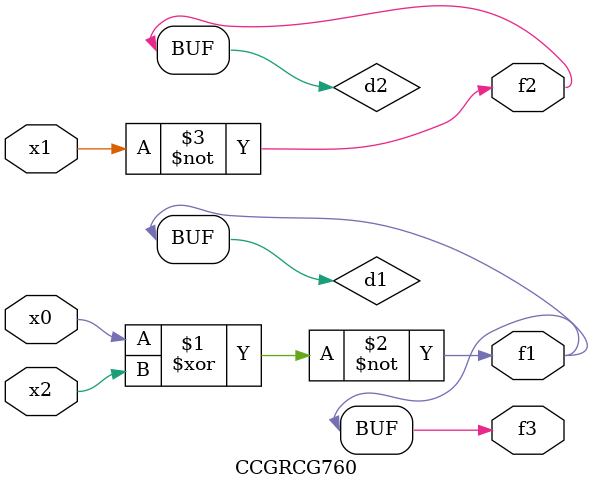
<source format=v>
module CCGRCG760(
	input x0, x1, x2,
	output f1, f2, f3
);

	wire d1, d2, d3;

	xnor (d1, x0, x2);
	nand (d2, x1);
	nor (d3, x1, x2);
	assign f1 = d1;
	assign f2 = d2;
	assign f3 = d1;
endmodule

</source>
